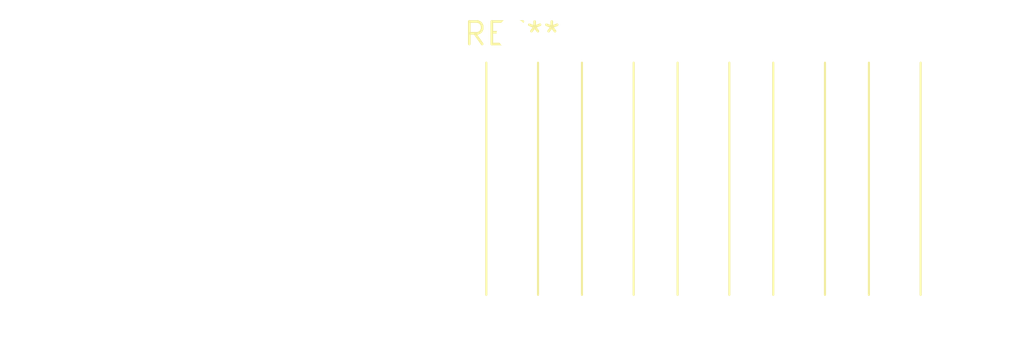
<source format=kicad_pcb>
(kicad_pcb (version 20240108) (generator pcbnew)
  (layers (0 "F.Cu" signal) (31 "B.Cu" signal) (34 "B.Paste" user) (35 "F.Paste" user) (36 "B.SilkS" user "B.Silkscreen") (37 "F.SilkS" user "F.Silkscreen") (38 "B.Mask" user) (39 "F.Mask" user) (44 "Edge.Cuts" user))
  (net 0 "")
  (footprint "SolderWire-1sqmm_1x05_P5.4mm_D1.4mm_OD2.7mm_Relief" (layer "F.Cu") (at 0 0)
    (property "Reference" "REF**")
    (property "Value" "SolderWire-1sqmm_1x05_P5.4mm_D1.4mm_OD2.7mm_Relief")
    (fp_line (start -1.46 1.635) (end -1.46 14.74) (layer "F.SilkS") (stroke (width 0.12)))
    (fp_line (start 1.46 1.635) (end 1.46 14.74) (layer "F.SilkS") (stroke (width 0.12)))
    (fp_line (start 3.94 1.635) (end 3.94 14.74) (layer "F.SilkS") (stroke (width 0.12)))
    (fp_line (start 6.86 1.635) (end 6.86 14.74) (layer "F.SilkS") (stroke (width 0.12)))
    (fp_line (start 9.34 1.635) (end 9.34 14.74) (layer "F.SilkS") (stroke (width 0.12)))
    (fp_line (start 12.26 1.635) (end 12.26 14.74) (layer "F.SilkS") (stroke (width 0.12)))
    (fp_line (start 14.74 1.635) (end 14.74 14.74) (layer "F.SilkS") (stroke (width 0.12)))
    (fp_line (start 17.66 1.635) (end 17.66 14.74) (layer "F.SilkS") (stroke (width 0.12)))
    (fp_line (start 20.14 1.635) (end 20.14 14.74) (layer "F.SilkS") (stroke (width 0.12)))
    (fp_line (start 23.06 1.635) (end 23.06 14.74) (layer "F.SilkS") (stroke (width 0.12)))
    (pad "" np_thru_hole circle (at 0 16.2) (size 3.2 3.2) (drill 3.2) (layers *.Cu *.Mask))
    (pad "" np_thru_hole circle (at 5.4 16.2) (size 3.2 3.2) (drill 3.2) (layers *.Cu *.Mask))
    (pad "" np_thru_hole circle (at 10.8 16.2) (size 3.2 3.2) (drill 3.2) (layers *.Cu *.Mask))
    (pad "" np_thru_hole circle (at 16.2 16.2) (size 3.2 3.2) (drill 3.2) (layers *.Cu *.Mask))
    (pad "" np_thru_hole circle (at 21.6 16.2) (size 3.2 3.2) (drill 3.2) (layers *.Cu *.Mask))
    (pad "1" thru_hole roundrect (at 0 0) (size 2.75 2.75) (drill 1.75) (layers *.Cu *.Mask) (remove_unused_layers) (roundrect_rratio 0.090909))
    (pad "2" thru_hole circle (at 5.4 0) (size 2.75 2.75) (drill 1.75) (layers *.Cu *.Mask) (remove_unused_layers))
    (pad "3" thru_hole circle (at 10.8 0) (size 2.75 2.75) (drill 1.75) (layers *.Cu *.Mask) (remove_unused_layers))
    (pad "4" thru_hole circle (at 16.2 0) (size 2.75 2.75) (drill 1.75) (layers *.Cu *.Mask) (remove_unused_layers))
    (pad "5" thru_hole circle (at 21.6 0) (size 2.75 2.75) (drill 1.75) (layers *.Cu *.Mask) (remove_unused_layers))
  )
)
</source>
